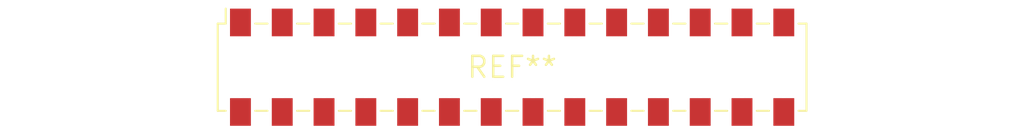
<source format=kicad_pcb>
(kicad_pcb (version 20240108) (generator pcbnew)
  (layers (0 "F.Cu" signal) (31 "B.Cu" signal) (34 "B.Paste" user) (35 "F.Paste" user) (36 "B.SilkS" user "B.Silkscreen") (37 "F.SilkS" user "F.Silkscreen") (38 "B.Mask" user) (39 "F.Mask" user) (44 "Edge.Cuts" user))
  (net 0 "")
  (footprint "Samtec_HLE-114-02-xxx-DV-BE-A_2x14_P2.54mm_Horizontal" (layer "F.Cu") (at 0 0)
    (property "Reference" "REF**")
    (property "Value" "Samtec_HLE-114-02-xxx-DV-BE-A_2x14_P2.54mm_Horizontal")
    (fp_line (start -17.89 -2.65) (end -17.89 2.65) (layer "F.SilkS") (stroke (width 0.12)))
    (fp_line (start -17.89 2.65) (end -17.405 2.65) (layer "F.SilkS") (stroke (width 0.12)))
    (fp_line (start -17.405 -3.56) (end -17.405 -2.65) (layer "F.SilkS") (stroke (width 0.12)))
    (fp_line (start -17.405 -2.65) (end -17.89 -2.65) (layer "F.SilkS") (stroke (width 0.12)))
    (fp_line (start -15.615 -2.65) (end -14.865 -2.65) (layer "F.SilkS") (stroke (width 0.12)))
    (fp_line (start -15.615 2.65) (end -14.865 2.65) (layer "F.SilkS") (stroke (width 0.12)))
    (fp_line (start -13.075 -2.65) (end -12.325 -2.65) (layer "F.SilkS") (stroke (width 0.12)))
    (fp_line (start -13.075 2.65) (end -12.325 2.65) (layer "F.SilkS") (stroke (width 0.12)))
    (fp_line (start -10.535 -2.65) (end -9.785 -2.65) (layer "F.SilkS") (stroke (width 0.12)))
    (fp_line (start -10.535 2.65) (end -9.785 2.65) (layer "F.SilkS") (stroke (width 0.12)))
    (fp_line (start -7.995 -2.65) (end -7.245 -2.65) (layer "F.SilkS") (stroke (width 0.12)))
    (fp_line (start -7.995 2.65) (end -7.245 2.65) (layer "F.SilkS") (stroke (width 0.12)))
    (fp_line (start -5.455 -2.65) (end -4.705 -2.65) (layer "F.SilkS") (stroke (width 0.12)))
    (fp_line (start -5.455 2.65) (end -4.705 2.65) (layer "F.SilkS") (stroke (width 0.12)))
    (fp_line (start -2.915 -2.65) (end -2.165 -2.65) (layer "F.SilkS") (stroke (width 0.12)))
    (fp_line (start -2.915 2.65) (end -2.165 2.65) (layer "F.SilkS") (stroke (width 0.12)))
    (fp_line (start -0.375 -2.65) (end 0.375 -2.65) (layer "F.SilkS") (stroke (width 0.12)))
    (fp_line (start -0.375 2.65) (end 0.375 2.65) (layer "F.SilkS") (stroke (width 0.12)))
    (fp_line (start 2.165 -2.65) (end 2.915 -2.65) (layer "F.SilkS") (stroke (width 0.12)))
    (fp_line (start 2.165 2.65) (end 2.915 2.65) (layer "F.SilkS") (stroke (width 0.12)))
    (fp_line (start 4.705 -2.65) (end 5.455 -2.65) (layer "F.SilkS") (stroke (width 0.12)))
    (fp_line (start 4.705 2.65) (end 5.455 2.65) (layer "F.SilkS") (stroke (width 0.12)))
    (fp_line (start 7.245 -2.65) (end 7.995 -2.65) (layer "F.SilkS") (stroke (width 0.12)))
    (fp_line (start 7.245 2.65) (end 7.995 2.65) (layer "F.SilkS") (stroke (width 0.12)))
    (fp_line (start 9.785 -2.65) (end 10.535 -2.65) (layer "F.SilkS") (stroke (width 0.12)))
    (fp_line (start 9.785 2.65) (end 10.535 2.65) (layer "F.SilkS") (stroke (width 0.12)))
    (fp_line (start 12.325 -2.65) (end 13.075 -2.65) (layer "F.SilkS") (stroke (width 0.12)))
    (fp_line (start 12.325 2.65) (end 13.075 2.65) (layer "F.SilkS") (stroke (width 0.12)))
    (fp_line (start 14.865 -2.65) (end 15.615 -2.65) (layer "F.SilkS") (stroke (width 0.12)))
    (fp_line (start 14.865 2.65) (end 15.615 2.65) (layer "F.SilkS") (stroke (width 0.12)))
    (fp_line (start 17.405 -2.65) (end 17.89 -2.65) (layer "F.SilkS") (stroke (width 0.12)))
    (fp_line (start 17.89 -2.65) (end 17.89 2.65) (layer "F.SilkS") (stroke (width 0.12)))
    (fp_line (start 17.89 2.65) (end 17.405 2.65) (layer "F.SilkS") (stroke (width 0.12)))
    (pad "" np_thru_hole circle (at -16.51 -1.27) (size 0.97 0.97) (drill 0.97) (layers *.Cu *.Mask))
    (pad "" np_thru_hole circle (at -16.51 1.27) (size 0.97 0.97) (drill 0.97) (layers *.Cu *.Mask))
    (pad "" np_thru_hole circle (at -15.24 0) (size 1.78 1.78) (drill 1.78) (layers *.Cu *.Mask))
    (pad "" np_thru_hole circle (at -13.97 -1.27) (size 0.97 0.97) (drill 0.97) (layers *.Cu *.Mask))
    (pad "" np_thru_hole circle (at -13.97 1.27) (size 0.97 0.97) (drill 0.97) (layers *.Cu *.Mask))
    (pad "" np_thru_hole circle (at -11.43 -1.27) (size 0.97 0.97) (drill 0.97) (layers *.Cu *.Mask))
    (pad "" np_thru_hole circle (at -11.43 1.27) (size 0.97 0.97) (drill 0.97) (layers *.Cu *.Mask))
    (pad "" np_thru_hole circle (at -8.89 -1.27) (size 0.97 0.97) (drill 0.97) (layers *.Cu *.Mask))
    (pad "" np_thru_hole circle (at -8.89 1.27) (size 0.97 0.97) (drill 0.97) (layers *.Cu *.Mask))
    (pad "" np_thru_hole circle (at -6.35 -1.27) (size 0.97 0.97) (drill 0.97) (layers *.Cu *.Mask))
    (pad "" np_thru_hole circle (at -6.35 1.27) (size 0.97 0.97) (drill 0.97) (layers *.Cu *.Mask))
    (pad "" np_thru_hole circle (at -3.81 -1.27) (size 0.97 0.97) (drill 0.97) (layers *.Cu *.Mask))
    (pad "" np_thru_hole circle (at -3.81 1.27) (size 0.97 0.97) (drill 0.97) (layers *.Cu *.Mask))
    (pad "" np_thru_hole circle (at -1.27 -1.27) (size 0.97 0.97) (drill 0.97) (layers *.Cu *.Mask))
    (pad "" np_thru_hole circle (at -1.27 1.27) (size 0.97 0.97) (drill 0.97) (layers *.Cu *.Mask))
    (pad "" np_thru_hole circle (at 1.27 -1.27) (size 0.97 0.97) (drill 0.97) (layers *.Cu *.Mask))
    (pad "" np_thru_hole circle (at 1.27 1.27) (size 0.97 0.97) (drill 0.97) (layers *.Cu *.Mask))
    (pad "" np_thru_hole circle (at 3.81 -1.27) (size 0.97 0.97) (drill 0.97) (layers *.Cu *.Mask))
    (pad "" np_thru_hole circle (at 3.81 1.27) (size 0.97 0.97) (drill 0.97) (layers *.Cu *.Mask))
    (pad "" np_thru_hole circle (at 6.35 -1.27) (size 0.97 0.97) (drill 0.97) (layers *.Cu *.Mask))
    (pad "" np_thru_hole circle (at 6.35 1.27) (size 0.97 0.97) (drill 0.97) (layers *.Cu *.Mask))
    (pad "" np_thru_hole circle (at 8.89 -1.27) (size 0.97 0.97) (drill 0.97) (layers *.Cu *.Mask))
    (pad "" np_thru_hole circle (at 8.89 1.27) (size 0.97 0.97) (drill 0.97) (layers *.Cu *.Mask))
    (pad "" np_thru_hole circle (at 11.43 -1.27) (size 0.97 0.97) (drill 0.97) (layers *.Cu *.Mask))
    (pad "" np_thru_hole circle (at 11.43 1.27) (size 0.97 0.97) (drill 0.97) (layers *.Cu *.Mask))
    (pad "" np_thru_hole circle (at 13.97 -1.27) (size 0.97 0.97) (drill 0.97) (layers *.Cu *.Mask))
    (pad "" np_thru_hole circle (at 13.97 1.27) (size 0.97 0.97) (drill 0.97) (layers *.Cu *.Mask))
    (pad "" np_thru_hole circle (at 15.24 0) (size 1.78 1.78) (drill 1.78) (layers *.Cu *.Mask))
    (pad "" np_thru_hole circle (at 16.51 -1.27) (size 0.97 0.97) (drill 0.97) (layers *.Cu *.Mask))
    (pad "" np_thru_hole circle (at 16.51 1.27) (size 0.97 0.97) (drill 0.97) (layers *.Cu *.Mask))
    (pad "1" smd rect (at -16.51 -2.72) (size 1.27 1.68) (layers "F.Cu" "F.Paste" "F.Mask"))
    (pad "2" smd rect (at -16.51 2.72) (size 1.27 1.68) (layers "F.Cu" "F.Paste" "F.Mask"))
    (pad "3" smd rect (at -13.97 -2.72) (size 1.27 1.68) (layers "F.Cu" "F.Paste" "F.Mask"))
    (pad "4" smd rect (at -13.97 2.72) (size 1.27 1.68) (layers "F.Cu" "F.Paste" "F.Mask"))
    (pad "5" smd rect (at -11.43 -2.72) (size 1.27 1.68) (layers "F.Cu" "F.Paste" "F.Mask"))
    (pad "6" smd rect (at -11.43 2.72) (size 1.27 1.68) (layers "F.Cu" "F.Paste" "F.Mask"))
    (pad "7" smd rect (at -8.89 -2.72) (size 1.27 1.68) (layers "F.Cu" "F.Paste" "F.Mask"))
    (pad "8" smd rect (at -8.89 2.72) (size 1.27 1.68) (layers "F.Cu" "F.Paste" "F.Mask"))
    (pad "9" smd rect (at -6.35 -2.72) (size 1.27 1.68) (layers "F.Cu" "F.Paste" "F.Mask"))
    (pad "10" smd rect (at -6.35 2.72) (size 1.27 1.68) (layers "F.Cu" "F.Paste" "F.Mask"))
    (pad "11" smd rect (at -3.81 -2.72) (size 1.27 1.68) (layers "F.Cu" "F.Paste" "F.Mask"))
    (pad "12" smd rect (at -3.81 2.72) (size 1.27 1.68) (layers "F.Cu" "F.Paste" "F.Mask"))
    (pad "13" smd rect (at -1.27 -2.72) (size 1.27 1.68) (layers "F.Cu" "F.Paste" "F.Mask"))
    (pad "14" smd rect (at -1.27 2.72) (size 1.27 1.68) (layers "F.Cu" "F.Paste" "F.Mask"))
    (pad "15" smd rect (at 1.27 -2.72) (size 1.27 1.68) (layers "F.Cu" "F.Paste" "F.Mask"))
    (pad "16" smd rect (at 1.27 2.72) (size 1.27 1.68) (layers "F.Cu" "F.Paste" "F.Mask"))
    (pad "17" smd rect (at 3.81 -2.72) (size 1.27 1.68) (layers "F.Cu" "F.Paste" "F.Mask"))
    (pad "18" smd rect (at 3.81 2.72) (size 1.27 1.68) (layers "F.Cu" "F.Paste" "F.Mask"))
    (pad "19" smd rect (at 6.35 -2.72) (size 1.27 1.68) (layers "F.Cu" "F.Paste" "F.Mask"))
    (pad "20" smd rect (at 6.35 2.72) (size 1.27 1.68) (layers "F.Cu" "F.Paste" "F.Mask"))
    (pad "21" smd rect (at 8.89 -2.72) (size 1.27 1.68) (layers "F.Cu" "F.Paste" "F.Mask"))
    (pad "22" smd rect (at 8.89 2.72) (size 1.27 1.68) (layers "F.Cu" "F.Paste" "F.Mask"))
    (pad "23" smd rect (at 11.43 -2.72) (size 1.27 1.68) (layers "F.Cu" "F.Paste" "F.Mask"))
    (pad "24" smd rect (at 11.43 2.72) (size 1.27 1.68) (layers "F.Cu" "F.Paste" "F.Mask"))
    (pad "25" smd rect (at 13.97 -2.72) (size 1.27 1.68) (layers "F.Cu" "F.Paste" "F.Mask"))
    (pad "26" smd rect (at 13.97 2.72) (size 1.27 1.68) (layers "F.Cu" "F.Paste" "F.Mask"))
    (pad "27" smd rect (at 16.51 -2.72) (size 1.27 1.68) (layers "F.Cu" "F.Paste" "F.Mask"))
    (pad "28" smd rect (at 16.51 2.72) (size 1.27 1.68) (layers "F.Cu" "F.Paste" "F.Mask"))
  )
)
</source>
